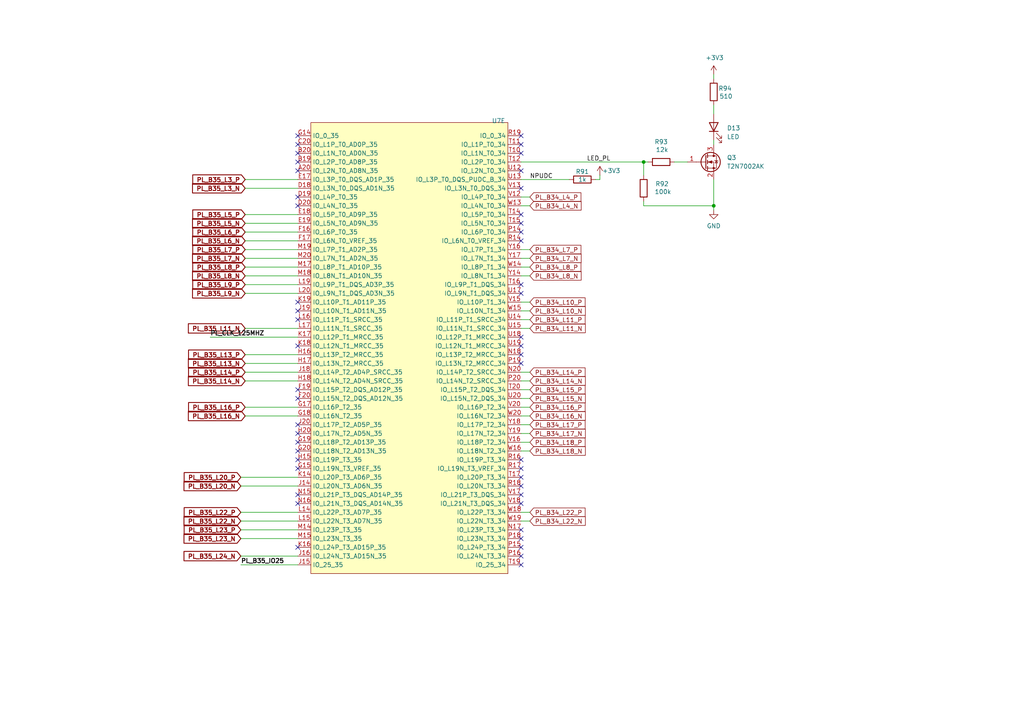
<source format=kicad_sch>
(kicad_sch (version 20250114) (generator "eeschema") (generator_version "9.0")
  (paper "A4")
  (title_block (title "ZYNQ PROGRAMMABLE LOGIC") (date "2025-10-06") (rev "A") (company "GHM"))
  (lib_symbols
    (symbol "Device:LED" (pin_numbers (hide yes)) (pin_names (offset 1.016) (hide yes))
      (property "Reference" "D" (at 0 2.54 0))
      (property "Value" "LED" (at 0 -2.54 0))
      (symbol "LED_1_1"
        (pin passive line (at -3.81 0 0) (length 2.54) (name "K") (number "1"))
        (pin passive line (at 3.81 0 180) (length 2.54) (name "A") (number "2"))
      )
    )
    (symbol "Device:R" (pin_numbers (hide yes)) (pin_names (offset 0))
      (property "Reference" "R" (at 2.032 0 90))
      (property "Value" "R" (at 0 0 90))
      (symbol "R_1_1"
        (pin passive line (at 0 3.81 270) (length 1.27) (name "~") (number "1"))
        (pin passive line (at 0 -3.81 90) (length 1.27) (name "~") (number "2"))
      )
    )
    (symbol "Transistor_FET:T2N7002AK" (pin_names (hide yes))
      (property "Reference" "Q" (at 5.08 1.905 0))
      (property "Value" "T2N7002AK" (at 5.08 0 0))
      (symbol "T2N7002AK_1_1"
        (pin input line (at -5.08 0 0) (length 2.54) (name "G") (number "1"))
        (pin passive line (at 2.54 5.08 270) (length 2.54) (name "D") (number "3"))
        (pin passive line (at 2.54 -5.08 90) (length 2.54) (name "S") (number "2"))
      )
    )
    (symbol "power:GND" (power) (pin_numbers (hide yes)) (pin_names (offset 0) (hide yes))
      (property "Value" "GND" (at 0 -3.81 0))
      (symbol "GND_1_1"
        (pin power_in line (at 0 0 270) (length 0) (name "~") (number "1"))
      )
    )
    (symbol "power:VCC" (power) (pin_numbers (hide yes)) (pin_names (offset 0) (hide yes))
      (property "Value" "VCC" (at 0 3.556 0))
      (symbol "VCC_1_1"
        (pin power_in line (at 0 0 90) (length 0) (name "~") (number "1"))
      )
    )
    (symbol "symbols:XC7Z010-2CLG400I"
      (property "Reference" "U7" (at 3.302 4.318 0))
      (property "Value" "~" (at 5.334 -53.34 0))
      (symbol "XC7Z010-2CLG400I_1_0"
        (pin unspecified line (at -3.81 -2.54 0) (length 3.81) (name "TDI_0") (number "G6"))
        (pin unspecified line (at -3.81 -5.08 0) (length 3.81) (name "TDO_0") (number "F6"))
        (pin unspecified line (at -3.81 -7.62 0) (length 3.81) (name "TCK_0") (number "F9"))
        (pin unspecified line (at -3.81 -10.16 0) (length 3.81) (name "TMS_0") (number "J6"))
        (pin unspecified line (at -3.81 -13.97 0) (length 3.81) (name "DONE_0") (number "R11"))
        (pin unspecified line (at -3.81 -16.51 0) (length 3.81) (name "INIT_B_0") (number "R10"))
        (pin unspecified line (at -3.81 -20.32 0) (length 3.81) (name "PROGRAM_B_0") (number "L6"))
        (pin unspecified line (at -3.81 -22.86 0) (length 3.81) (name "CFGBVS_0") (number "M6"))
        (pin unspecified line (at -3.81 -26.67 0) (length 3.81) (name "VP_0") (number "K9"))
        (pin unspecified line (at -3.81 -29.21 0) (length 3.81) (name "VN_0") (number "L10"))
        (pin unspecified line (at -3.81 -33.02 0) (length 3.81) (name "VREFP_0") (number "L9"))
        (pin unspecified line (at -3.81 -35.56 0) (length 3.81) (name "VREFN_0") (number "K10"))
        (pin unspecified line (at -3.81 -39.37 0) (length 3.81) (name "DXP_0") (number "M9"))
        (pin unspecified line (at -3.81 -41.91 0) (length 3.81) (name "DXN_0") (number "M10"))
      )
      (symbol "XC7Z010-2CLG400I_2_0"
        (pin unspecified line (at -3.81 -5.08 0) (length 3.81) (name "VCCINT") (number "H12"))
        (pin unspecified line (at -3.81 -7.62 0) (length 3.81) (name "VCCINT") (number "P12"))
        (pin unspecified line (at -3.81 -10.16 0) (length 3.81) (name "VCCINT") (number "L13"))
        (pin unspecified line (at -3.81 -12.7 0) (length 3.81) (name "VCCINT") (number "M12"))
        (pin unspecified line (at -3.81 -15.24 0) (length 3.81) (name "VCCINT") (number "K12"))
        (pin unspecified line (at -3.81 -17.78 0) (length 3.81) (name "VCCINT") (number "R13"))
        (pin unspecified line (at -3.81 -20.32 0) (length 3.81) (name "VCCINT") (number "J13"))
        (pin unspecified line (at -3.81 -22.86 0) (length 3.81) (name "VCCINT") (number "N13"))
        (pin unspecified line (at -3.81 -25.4 0) (length 3.81) (name "VCCINT") (number "G13"))
        (pin unspecified line (at -3.81 -33.02 0) (length 3.81) (name "VCCPINT") (number "J7"))
        (pin unspecified line (at -3.81 -35.56 0) (length 3.81) (name "VCCPINT") (number "G7"))
        (pin unspecified line (at -3.81 -38.1 0) (length 3.81) (name "VCCPINT") (number "N7"))
        (pin unspecified line (at -3.81 -40.64 0) (length 3.81) (name "VCCPINT") (number "P8"))
        (pin unspecified line (at -3.81 -43.18 0) (length 3.81) (name "VCCPINT") (number "R7"))
        (pin unspecified line (at -3.81 -45.72 0) (length 3.81) (name "VCCPINT") (number "L7"))
        (pin unspecified line (at -3.81 -52.07 0) (length 3.81) (name "VCCO_MIO0_500") (number "D7"))
        (pin unspecified line (at -3.81 -54.61 0) (length 3.81) (name "VCCO_MIO0_500") (number "B6"))
        (pin unspecified line (at -3.81 -60.96 0) (length 3.81) (name "VCCO_MIO1_501") (number "E15"))
        (pin unspecified line (at -3.81 -63.5 0) (length 3.81) (name "VCCO_MIO1_501") (number "D12"))
        (pin unspecified line (at -3.81 -66.04 0) (length 3.81) (name "VCCO_MIO1_501") (number "A13"))
        (pin unspecified line (at -3.81 -68.58 0) (length 3.81) (name "VCCO_MIO1_501") (number "B16"))
        (pin unspecified line (at -3.81 -102.87 0) (length 3.81) (name "RSVDVCC1") (number "T6"))
        (pin unspecified line (at -3.81 -105.41 0) (length 3.81) (name "RSVDVCC2") (number "R6"))
        (pin unspecified line (at -3.81 -107.95 0) (length 3.81) (name "RSVDVCC3") (number "N6"))
        (pin unspecified line (at -3.81 -110.49 0) (length 3.81) (name "RSVDGND") (number "F10"))
        (pin unspecified line (at -3.81 -120.65 0) (length 3.81) (name "VCCO_0") (number "K6"))
        (pin unspecified line (at -3.81 -129.54 0) (length 3.81) (name "VCCO_34") (number "Y20"))
        (pin unspecified line (at -3.81 -132.08 0) (length 3.81) (name "VCCO_34") (number "R15"))
        (pin unspecified line (at -3.81 -134.62 0) (length 3.81) (name "VCCO_34") (number "V14"))
        (pin unspecified line (at -3.81 -137.16 0) (length 3.81) (name "VCCO_34") (number "W17"))
        (pin unspecified line (at -3.81 -139.7 0) (length 3.81) (name "VCCO_34") (number "N19"))
        (pin unspecified line (at -3.81 -142.24 0) (length 3.81) (name "VCCO_34") (number "T18"))
        (pin unspecified line (at 43.18 -5.08 180) (length 3.81) (name "VCCPLL") (number "G8"))
        (pin unspecified line (at 43.18 -10.16 180) (length 3.81) (name "VCCBATT_0") (number "F11"))
        (pin unspecified line (at 43.18 -15.24 180) (length 3.81) (name "VCCADC_0") (number "J9"))
        (pin unspecified line (at 43.18 -25.4 180) (length 3.81) (name "VCCAUX") (number "J11"))
        (pin unspecified line (at 43.18 -27.94 180) (length 3.81) (name "VCCAUX") (number "N9"))
        (pin unspecified line (at 43.18 -30.48 180) (length 3.81) (name "VCCAUX") (number "L11"))
        (pin unspecified line (at 43.18 -33.02 180) (length 3.81) (name "VCCAUX") (number "N11"))
        (pin unspecified line (at 43.18 -35.56 180) (length 3.81) (name "VCCAUX") (number "R9"))
        (pin unspecified line (at 43.18 -38.1 180) (length 3.81) (name "VCCAUX") (number "P10"))
        (pin unspecified line (at 43.18 -45.72 180) (length 3.81) (name "VCCPAUX") (number "M8"))
        (pin unspecified line (at 43.18 -48.26 180) (length 3.81) (name "VCCPAUX") (number "G9"))
        (pin unspecified line (at 43.18 -50.8 180) (length 3.81) (name "VCCPAUX") (number "H8"))
        (pin unspecified line (at 43.18 -53.34 180) (length 3.81) (name "VCCPAUX") (number "K8"))
        (pin unspecified line (at 43.18 -55.88 180) (length 3.81) (name "VCCPAUX") (number "F8"))
        (pin unspecified line (at 43.18 -63.5 180) (length 3.81) (name "VCCO_DDR_502") (number "L3"))
        (pin unspecified line (at 43.18 -66.04 180) (length 3.81) (name "VCCO_DDR_502") (number "G1"))
        (pin unspecified line (at 43.18 -68.58 180) (length 3.81) (name "VCCO_DDR_502") (number "E5"))
        (pin unspecified line (at 43.18 -71.12 180) (length 3.81) (name "VCCO_DDR_502") (number "A3"))
        (pin unspecified line (at 43.18 -73.66 180) (length 3.81) (name "VCCO_DDR_502") (number "D2"))
        (pin unspecified line (at 43.18 -76.2 180) (length 3.81) (name "VCCO_DDR_502") (number "U1"))
        (pin unspecified line (at 43.18 -78.74 180) (length 3.81) (name "VCCO_DDR_502") (number "H4"))
        (pin unspecified line (at 43.18 -81.28 180) (length 3.81) (name "VCCO_DDR_502") (number "R5"))
        (pin unspecified line (at 43.18 -83.82 180) (length 3.81) (name "VCCO_DDR_502") (number "V4"))
        (pin unspecified line (at 43.18 -86.36 180) (length 3.81) (name "VCCO_DDR_502") (number "P2"))
        (pin unspecified line (at 43.18 -95.25 180) (length 3.81) (name "VCCBRAM") (number "G11"))
        (pin unspecified line (at 43.18 -97.79 180) (length 3.81) (name "VCCBRAM") (number "H10"))
        (pin unspecified line (at 44.45 -102.87 180) (length 3.81) (name "VCCO_13") (number "Y10"))
        (pin unspecified line (at 44.45 -105.41 180) (length 3.81) (name "VCCO_13") (number "U11"))
        (pin unspecified line (at 44.45 -107.95 180) (length 3.81) (name "VCCO_13") (number "W7"))
        (pin unspecified line (at 44.45 -110.49 180) (length 3.81) (name "VCCO_13") (number "T8"))
        (pin unspecified line (at 44.45 -129.54 180) (length 3.81) (name "VCCO_35") (number "J17"))
        (pin unspecified line (at 44.45 -132.08 180) (length 3.81) (name "VCCO_35") (number "C19"))
        (pin unspecified line (at 44.45 -134.62 180) (length 3.81) (name "VCCO_35") (number "F18"))
        (pin unspecified line (at 44.45 -137.16 180) (length 3.81) (name "VCCO_35") (number "M16"))
        (pin unspecified line (at 44.45 -139.7 180) (length 3.81) (name "VCCO_35") (number "H14"))
        (pin unspecified line (at 44.45 -142.24 180) (length 3.81) (name "VCCO_35") (number "K20"))
      )
      (symbol "XC7Z010-2CLG400I_3_0"
        (pin unspecified line (at -3.81 -2.54 0) (length 3.81) (name "GND") (number "Y15"))
        (pin unspecified line (at -3.81 -5.08 0) (length 3.81) (name "GND") (number "Y5"))
        (pin unspecified line (at -3.81 -7.62 0) (length 3.81) (name "GND") (number "W12"))
        (pin unspecified line (at -3.81 -10.16 0) (length 3.81) (name "GND") (number "W2"))
        (pin unspecified line (at -3.81 -12.7 0) (length 3.81) (name "GND") (number "V19"))
        (pin unspecified line (at -3.81 -15.24 0) (length 3.81) (name "GND") (number "V9"))
        (pin unspecified line (at -3.81 -17.78 0) (length 3.81) (name "GND") (number "U16"))
        (pin unspecified line (at -3.81 -20.32 0) (length 3.81) (name "GND") (number "U6"))
        (pin unspecified line (at -3.81 -22.86 0) (length 3.81) (name "GND") (number "T13"))
        (pin unspecified line (at -3.81 -25.4 0) (length 3.81) (name "GND") (number "T7"))
        (pin unspecified line (at -3.81 -27.94 0) (length 3.81) (name "GND") (number "T3"))
        (pin unspecified line (at -3.81 -30.48 0) (length 3.81) (name "GND") (number "R20"))
        (pin unspecified line (at -3.81 -33.02 0) (length 3.81) (name "GND") (number "R12"))
        (pin unspecified line (at -3.81 -35.56 0) (length 3.81) (name "GND") (number "R8"))
        (pin unspecified line (at -3.81 -38.1 0) (length 3.81) (name "GND") (number "P17"))
        (pin unspecified line (at -3.81 -40.64 0) (length 3.81) (name "GND") (number "P13"))
        (pin unspecified line (at -3.81 -43.18 0) (length 3.81) (name "GND") (number "P11"))
        (pin unspecified line (at -3.81 -45.72 0) (length 3.81) (name "GND") (number "P9"))
        (pin unspecified line (at -3.81 -48.26 0) (length 3.81) (name "GND") (number "P7"))
        (pin unspecified line (at -3.81 -50.8 0) (length 3.81) (name "GND") (number "N14"))
        (pin unspecified line (at -3.81 -53.34 0) (length 3.81) (name "GND") (number "N12"))
        (pin unspecified line (at -3.81 -55.88 0) (length 3.81) (name "GND") (number "N10"))
        (pin unspecified line (at -3.81 -58.42 0) (length 3.81) (name "GND") (number "N8"))
        (pin unspecified line (at -3.81 -60.96 0) (length 3.81) (name "GND") (number "N4"))
        (pin unspecified line (at -3.81 -63.5 0) (length 3.81) (name "GND") (number "M13"))
        (pin unspecified line (at -3.81 -66.04 0) (length 3.81) (name "GND") (number "M11"))
        (pin unspecified line (at -3.81 -68.58 0) (length 3.81) (name "GND") (number "M7"))
        (pin unspecified line (at -3.81 -71.12 0) (length 3.81) (name "GND") (number "M1"))
        (pin unspecified line (at -3.81 -73.66 0) (length 3.81) (name "GND") (number "L18"))
        (pin unspecified line (at -3.81 -76.2 0) (length 3.81) (name "GNDADC_0") (number "J10"))
        (pin unspecified line (at 20.32 -2.54 180) (length 3.81) (name "GND") (number "L12"))
        (pin unspecified line (at 20.32 -5.08 180) (length 3.81) (name "GND") (number "L8"))
        (pin unspecified line (at 20.32 -7.62 180) (length 3.81) (name "GND") (number "K15"))
        (pin unspecified line (at 20.32 -10.16 180) (length 3.81) (name "GND") (number "K13"))
        (pin unspecified line (at 20.32 -12.7 180) (length 3.81) (name "GND") (number "C9"))
        (pin unspecified line (at 20.32 -15.24 180) (length 3.81) (name "GND") (number "K7"))
        (pin unspecified line (at 20.32 -17.78 180) (length 3.81) (name "GND") (number "K5"))
        (pin unspecified line (at 20.32 -20.32 180) (length 3.81) (name "GND") (number "J12"))
        (pin unspecified line (at 20.32 -22.86 180) (length 3.81) (name "GND") (number "J8"))
        (pin unspecified line (at 20.32 -25.4 180) (length 3.81) (name "GND") (number "J2"))
        (pin unspecified line (at 20.32 -27.94 180) (length 3.81) (name "GND") (number "H19"))
        (pin unspecified line (at 20.32 -30.48 180) (length 3.81) (name "GND") (number "H13"))
        (pin unspecified line (at 20.32 -33.02 180) (length 3.81) (name "GND") (number "H11"))
        (pin unspecified line (at 20.32 -35.56 180) (length 3.81) (name "GND") (number "H9"))
        (pin unspecified line (at 20.32 -38.1 180) (length 3.81) (name "GND") (number "H7"))
        (pin unspecified line (at 20.32 -40.64 180) (length 3.81) (name "GND") (number "G16"))
        (pin unspecified line (at 20.32 -43.18 180) (length 3.81) (name "GND") (number "G12"))
        (pin unspecified line (at 20.32 -45.72 180) (length 3.81) (name "GND") (number "G10"))
        (pin unspecified line (at 20.32 -48.26 180) (length 3.81) (name "GND") (number "F7"))
        (pin unspecified line (at 20.32 -50.8 180) (length 3.81) (name "GND") (number "F3"))
        (pin unspecified line (at 20.32 -53.34 180) (length 3.81) (name "GND") (number "E20"))
        (pin unspecified line (at 20.32 -55.88 180) (length 3.81) (name "GND") (number "E10"))
        (pin unspecified line (at 20.32 -58.42 180) (length 3.81) (name "GND") (number "D17"))
        (pin unspecified line (at 20.32 -60.96 180) (length 3.81) (name "GND") (number "K11"))
        (pin unspecified line (at 20.32 -63.5 180) (length 3.81) (name "GND") (number "C14"))
        (pin unspecified line (at 20.32 -66.04 180) (length 3.81) (name "GND") (number "C4"))
        (pin unspecified line (at 20.32 -68.58 180) (length 3.81) (name "GND") (number "B11"))
        (pin unspecified line (at 20.32 -71.12 180) (length 3.81) (name "GND") (number "B1"))
        (pin unspecified line (at 20.32 -73.66 180) (length 3.81) (name "GND") (number "A18"))
        (pin unspecified line (at 20.32 -76.2 180) (length 3.81) (name "GND") (number "A8"))
      )
      (symbol "XC7Z010-2CLG400I_4_0"
        (pin unspecified line (at -3.81 -12.7 0) (length 3.81) (name "PS_DDR_DQ0_502") (number "C3"))
        (pin unspecified line (at -3.81 -15.24 0) (length 3.81) (name "PS_DDR_DQ1_502") (number "B3"))
        (pin unspecified line (at -3.81 -17.78 0) (length 3.81) (name "PS_DDR_DQ2_502") (number "A2"))
        (pin unspecified line (at -3.81 -20.32 0) (length 3.81) (name "PS_DDR_DQ3_502") (number "A4"))
        (pin unspecified line (at -3.81 -22.86 0) (length 3.81) (name "PS_DDR_DQ4_502") (number "D3"))
        (pin unspecified line (at -3.81 -25.4 0) (length 3.81) (name "PS_DDR_DQ5_502") (number "D1"))
        (pin unspecified line (at -3.81 -27.94 0) (length 3.81) (name "PS_DDR_DQ6_502") (number "C1"))
        (pin unspecified line (at -3.81 -30.48 0) (length 3.81) (name "PS_DDR_DQ7_502") (number "E1"))
        (pin unspecified line (at -3.81 -33.02 0) (length 3.81) (name "PS_DDR_DQ8_502") (number "E2"))
        (pin unspecified line (at -3.81 -35.56 0) (length 3.81) (name "PS_DDR_DQ9_502") (number "E3"))
        (pin unspecified line (at -3.81 -38.1 0) (length 3.81) (name "PS_DDR_DQ10_502") (number "G3"))
        (pin unspecified line (at -3.81 -40.64 0) (length 3.81) (name "PS_DDR_DQ11_502") (number "H3"))
        (pin unspecified line (at -3.81 -43.18 0) (length 3.81) (name "PS_DDR_DQ12_502") (number "J3"))
        (pin unspecified line (at -3.81 -45.72 0) (length 3.81) (name "PS_DDR_DQ13_502") (number "H2"))
        (pin unspecified line (at -3.81 -48.26 0) (length 3.81) (name "PS_DDR_DQ14_502") (number "H1"))
        (pin unspecified line (at -3.81 -50.8 0) (length 3.81) (name "PS_DDR_DQ15_502") (number "J1"))
        (pin unspecified line (at -3.81 -53.34 0) (length 3.81) (name "PS_DDR_DQ16_502") (number "P1"))
        (pin unspecified line (at -3.81 -55.88 0) (length 3.81) (name "PS_DDR_DQ17_502") (number "P3"))
        (pin unspecified line (at -3.81 -58.42 0) (length 3.81) (name "PS_DDR_DQ18_502") (number "R3"))
        (pin unspecified line (at -3.81 -60.96 0) (length 3.81) (name "PS_DDR_DQ19_502") (number "R1"))
        (pin unspecified line (at -3.81 -63.5 0) (length 3.81) (name "PS_DDR_DQ20_502") (number "T4"))
        (pin unspecified line (at -3.81 -66.04 0) (length 3.81) (name "PS_DDR_DQ21_502") (number "U4"))
        (pin unspecified line (at -3.81 -68.58 0) (length 3.81) (name "PS_DDR_DQ22_502") (number "U2"))
        (pin unspecified line (at -3.81 -71.12 0) (length 3.81) (name "PS_DDR_DQ23_502") (number "U3"))
        (pin unspecified line (at -3.81 -73.66 0) (length 3.81) (name "PS_DDR_DQ24_502") (number "V1"))
        (pin unspecified line (at -3.81 -76.2 0) (length 3.81) (name "PS_DDR_DQ25_502") (number "Y3"))
        (pin unspecified line (at -3.81 -78.74 0) (length 3.81) (name "PS_DDR_DQ26_502") (number "W1"))
        (pin unspecified line (at -3.81 -81.28 0) (length 3.81) (name "PS_DDR_DQ27_502") (number "Y4"))
        (pin unspecified line (at -3.81 -83.82 0) (length 3.81) (name "PS_DDR_DQ28_502") (number "Y2"))
        (pin unspecified line (at -3.81 -86.36 0) (length 3.81) (name "PS_DDR_DQ29_502") (number "W3"))
        (pin unspecified line (at -3.81 -88.9 0) (length 3.81) (name "PS_DDR_DQ30_502") (number "V2"))
        (pin unspecified line (at -3.81 -91.44 0) (length 3.81) (name "PS_DDR_DQ31_502") (number "V3"))
        (pin unspecified line (at -3.81 -100.33 0) (length 3.81) (name "PS_DDR_DM0_502") (number "A1"))
        (pin unspecified line (at -3.81 -102.87 0) (length 3.81) (name "PS_DDR_DM1_502") (number "F1"))
        (pin unspecified line (at -3.81 -105.41 0) (length 3.81) (name "PS_DDR_DM2_502") (number "T1"))
        (pin unspecified line (at -3.81 -107.95 0) (length 3.81) (name "PS_DDR_DM3_502") (number "Y1"))
        (pin unspecified line (at -3.81 -114.3 0) (length 3.81) (name "PS_DDR_DQS_P0_502") (number "C2"))
        (pin unspecified line (at -3.81 -116.84 0) (length 3.81) (name "PS_DDR_DQS_N0_502") (number "B2"))
        (pin unspecified line (at -3.81 -121.92 0) (length 3.81) (name "PS_DDR_DQS_P1_502") (number "G2"))
        (pin unspecified line (at -3.81 -124.46 0) (length 3.81) (name "PS_DDR_DQS_N1_502") (number "F2"))
        (pin unspecified line (at -3.81 -129.54 0) (length 3.81) (name "PS_DDR_DQS_P2_502") (number "R2"))
        (pin unspecified line (at -3.81 -132.08 0) (length 3.81) (name "PS_DDR_DQS_N2_502") (number "T2"))
        (pin unspecified line (at -3.81 -137.16 0) (length 3.81) (name "PS_DDR_DQS_N3_502") (number "W4"))
        (pin unspecified line (at -3.81 -139.7 0) (length 3.81) (name "PS_DDR_DQS_P3_502") (number "W5"))
        (pin unspecified line (at 59.69 -13.97 180) (length 3.81) (name "PS_DDR_CKP_502") (number "L2"))
        (pin unspecified line (at 59.69 -16.51 180) (length 3.81) (name "PS_DDR_CKN_502") (number "M2"))
        (pin unspecified line (at 59.69 -19.05 180) (length 3.81) (name "PS_DDR_CKE_502") (number "N3"))
        (pin unspecified line (at 59.69 -25.4 180) (length 3.81) (name "PS_DDR_CS_B_502") (number "N1"))
        (pin unspecified line (at 59.69 -27.94 180) (length 3.81) (name "PS_DDR_RAS_B_502") (number "P4"))
        (pin unspecified line (at 59.69 -30.48 180) (length 3.81) (name "PS_DDR_CAS_B_502") (number "P5"))
        (pin unspecified line (at 59.69 -33.02 180) (length 3.81) (name "PS_DDR_WE_B_502") (number "M5"))
        (pin unspecified line (at 59.69 -39.37 180) (length 3.81) (name "PS_DDR_BA0_502") (number "L5"))
        (pin unspecified line (at 59.69 -41.91 180) (length 3.81) (name "PS_DDR_BA1_502") (number "R4"))
        (pin unspecified line (at 59.69 -44.45 180) (length 3.81) (name "PS_DDR_BA2_502") (number "J5"))
        (pin unspecified line (at 59.69 -52.07 180) (length 3.81) (name "PS_DDR_A0_502") (number "N2"))
        (pin unspecified line (at 59.69 -54.61 180) (length 3.81) (name "PS_DDR_A1_502") (number "K2"))
        (pin unspecified line (at 59.69 -57.15 180) (length 3.81) (name "PS_DDR_A2_502") (number "M3"))
        (pin unspecified line (at 59.69 -59.69 180) (length 3.81) (name "PS_DDR_A3_502") (number "K3"))
        (pin unspecified line (at 59.69 -62.23 180) (length 3.81) (name "PS_DDR_A4_502") (number "M4"))
        (pin unspecified line (at 59.69 -64.77 180) (length 3.81) (name "PS_DDR_A5_502") (number "L1"))
        (pin unspecified line (at 59.69 -67.31 180) (length 3.81) (name "PS_DDR_A6_502") (number "L4"))
        (pin unspecified line (at 59.69 -69.85 180) (length 3.81) (name "PS_DDR_A7_502") (number "K4"))
        (pin unspecified line (at 59.69 -72.39 180) (length 3.81) (name "PS_DDR_A8_502") (number "K1"))
        (pin unspecified line (at 59.69 -74.93 180) (length 3.81) (name "PS_DDR_A9_502") (number "J4"))
        (pin unspecified line (at 59.69 -77.47 180) (length 3.81) (name "PS_DDR_A10_502") (number "F5"))
        (pin unspecified line (at 59.69 -80.01 180) (length 3.81) (name "PS_DDR_A11_502") (number "G4"))
        (pin unspecified line (at 59.69 -82.55 180) (length 3.81) (name "PS_DDR_A12_502") (number "E4"))
        (pin unspecified line (at 59.69 -85.09 180) (length 3.81) (name "PS_DDR_A13_502") (number "D4"))
        (pin unspecified line (at 59.69 -87.63 180) (length 3.81) (name "PS_DDR_A14_502") (number "F4"))
        (pin unspecified line (at 59.69 -95.25 180) (length 3.81) (name "PS_DDR_ODT_502") (number "N5"))
        (pin unspecified line (at 59.69 -97.79 180) (length 3.81) (name "PS_DDR_DRST_B_502") (number "B4"))
        (pin unspecified line (at 60.96 -111.76 180) (length 3.81) (name "PS_DDR_VRN_502") (number "G5"))
        (pin unspecified line (at 60.96 -114.3 180) (length 3.81) (name "PS_DDR_VRP_502") (number "H5"))
        (pin unspecified line (at 60.96 -121.92 180) (length 3.81) (name "PS_DDR_VREF0_502") (number "H6"))
        (pin unspecified line (at 60.96 -124.46 180) (length 3.81) (name "PS_DDR_VREF1_502") (number "P6"))
      )
      (symbol "XC7Z010-2CLG400I_5_0"
        (pin unspecified line (at -1.27 0 0) (length 3.81) (name "IO_0_34") (number "R19"))
        (pin unspecified line (at -1.27 -2.54 0) (length 3.81) (name "IO_L1P_T0_34") (number "T11"))
        (pin unspecified line (at -1.27 -5.08 0) (length 3.81) (name "IO_L1N_T0_34") (number "T10"))
        (pin unspecified line (at -1.27 -7.62 0) (length 3.81) (name "IO_L2P_T0_34") (number "T12"))
        (pin unspecified line (at -1.27 -10.16 0) (length 3.81) (name "IO_L2N_T0_34") (number "U12"))
        (pin unspecified line (at -1.27 -12.7 0) (length 3.81) (name "IO_L3P_T0_DQS_PUDC_B_34") (number "U13"))
        (pin unspecified line (at -1.27 -15.24 0) (length 3.81) (name "IO_L3N_T0_DQS_34") (number "V13"))
        (pin unspecified line (at -1.27 -17.78 0) (length 3.81) (name "IO_L4P_T0_34") (number "V12"))
        (pin unspecified line (at -1.27 -20.32 0) (length 3.81) (name "IO_L4N_T0_34") (number "W13"))
        (pin unspecified line (at -1.27 -22.86 0) (length 3.81) (name "IO_L5P_T0_34") (number "T14"))
        (pin unspecified line (at -1.27 -25.4 0) (length 3.81) (name "IO_L5N_T0_34") (number "T15"))
        (pin unspecified line (at -1.27 -27.94 0) (length 3.81) (name "IO_L6P_T0_34") (number "P14"))
        (pin unspecified line (at -1.27 -30.48 0) (length 3.81) (name "IO_L6N_T0_VREF_34") (number "R14"))
        (pin unspecified line (at -1.27 -33.02 0) (length 3.81) (name "IO_L7P_T1_34") (number "Y16"))
        (pin unspecified line (at -1.27 -35.56 0) (length 3.81) (name "IO_L7N_T1_34") (number "Y17"))
        (pin unspecified line (at -1.27 -38.1 0) (length 3.81) (name "IO_L8P_T1_34") (number "W14"))
        (pin unspecified line (at -1.27 -40.64 0) (length 3.81) (name "IO_L8N_T1_34") (number "Y14"))
        (pin unspecified line (at -1.27 -43.18 0) (length 3.81) (name "IO_L9P_T1_DQS_34") (number "T16"))
        (pin unspecified line (at -1.27 -45.72 0) (length 3.81) (name "IO_L9N_T1_DQS_34") (number "U17"))
        (pin unspecified line (at -1.27 -48.26 0) (length 3.81) (name "IO_L10P_T1_34") (number "V15"))
        (pin unspecified line (at -1.27 -50.8 0) (length 3.81) (name "IO_L10N_T1_34") (number "W15"))
        (pin unspecified line (at -1.27 -53.34 0) (length 3.81) (name "IO_L11P_T1_SRCC_34") (number "U14"))
        (pin unspecified line (at -1.27 -55.88 0) (length 3.81) (name "IO_L11N_T1_SRCC_34") (number "U15"))
        (pin unspecified line (at -1.27 -58.42 0) (length 3.81) (name "IO_L12P_T1_MRCC_34") (number "U18"))
        (pin unspecified line (at -1.27 -60.96 0) (length 3.81) (name "IO_L12N_T1_MRCC_34") (number "U19"))
        (pin unspecified line (at -1.27 -63.5 0) (length 3.81) (name "IO_L13P_T2_MRCC_34") (number "N18"))
        (pin unspecified line (at -1.27 -66.04 0) (length 3.81) (name "IO_L13N_T2_MRCC_34") (number "P19"))
        (pin unspecified line (at -1.27 -68.58 0) (length 3.81) (name "IO_L14P_T2_SRCC_34") (number "N20"))
        (pin unspecified line (at -1.27 -71.12 0) (length 3.81) (name "IO_L14N_T2_SRCC_34") (number "P20"))
        (pin unspecified line (at -1.27 -73.66 0) (length 3.81) (name "IO_L15P_T2_DQS_34") (number "T20"))
        (pin unspecified line (at -1.27 -76.2 0) (length 3.81) (name "IO_L15N_T2_DQS_34") (number "U20"))
        (pin unspecified line (at -1.27 -78.74 0) (length 3.81) (name "IO_L16P_T2_34") (number "V20"))
        (pin unspecified line (at -1.27 -81.28 0) (length 3.81) (name "IO_L16N_T2_34") (number "W20"))
        (pin unspecified line (at -1.27 -83.82 0) (length 3.81) (name "IO_L17P_T2_34") (number "Y18"))
        (pin unspecified line (at -1.27 -86.36 0) (length 3.81) (name "IO_L17N_T2_34") (number "Y19"))
        (pin unspecified line (at -1.27 -88.9 0) (length 3.81) (name "IO_L18P_T2_34") (number "V16"))
        (pin unspecified line (at -1.27 -91.44 0) (length 3.81) (name "IO_L18N_T2_34") (number "W16"))
        (pin unspecified line (at -1.27 -93.98 0) (length 3.81) (name "IO_L19P_T3_34") (number "R16"))
        (pin unspecified line (at -1.27 -96.52 0) (length 3.81) (name "IO_L19N_T3_VREF_34") (number "R17"))
        (pin unspecified line (at -1.27 -99.06 0) (length 3.81) (name "IO_L20P_T3_34") (number "T17"))
        (pin unspecified line (at -1.27 -101.6 0) (length 3.81) (name "IO_L20N_T3_34") (number "R18"))
        (pin unspecified line (at -1.27 -104.14 0) (length 3.81) (name "IO_L21P_T3_DQS_34") (number "V17"))
        (pin unspecified line (at -1.27 -106.68 0) (length 3.81) (name "IO_L21N_T3_DQS_34") (number "V18"))
        (pin unspecified line (at -1.27 -109.22 0) (length 3.81) (name "IO_L22P_T3_34") (number "W18"))
        (pin unspecified line (at -1.27 -111.76 0) (length 3.81) (name "IO_L22N_T3_34") (number "W19"))
        (pin unspecified line (at -1.27 -114.3 0) (length 3.81) (name "IO_L23P_T3_34") (number "N17"))
        (pin unspecified line (at -1.27 -116.84 0) (length 3.81) (name "IO_L23N_T3_34") (number "P18"))
        (pin unspecified line (at -1.27 -119.38 0) (length 3.81) (name "IO_L24P_T3_34") (number "P15"))
        (pin unspecified line (at -1.27 -121.92 0) (length 3.81) (name "IO_L24N_T3_34") (number "P16"))
        (pin unspecified line (at -1.27 -124.46 0) (length 3.81) (name "IO_25_34") (number "T19"))
        (pin unspecified line (at 63.5 0 180) (length 3.81) (name "IO_0_35") (number "G14"))
        (pin unspecified line (at 63.5 -2.54 180) (length 3.81) (name "IO_L1P_T0_AD0P_35") (number "C20"))
        (pin unspecified line (at 63.5 -5.08 180) (length 3.81) (name "IO_L1N_T0_AD0N_35") (number "B20"))
        (pin unspecified line (at 63.5 -7.62 180) (length 3.81) (name "IO_L2P_T0_AD8P_35") (number "B19"))
        (pin unspecified line (at 63.5 -10.16 180) (length 3.81) (name "IO_L2N_T0_AD8N_35") (number "A20"))
        (pin unspecified line (at 63.5 -12.7 180) (length 3.81) (name "IO_L3P_T0_DQS_AD1P_35") (number "E17"))
        (pin unspecified line (at 63.5 -15.24 180) (length 3.81) (name "IO_L3N_T0_DQS_AD1N_35") (number "D18"))
        (pin unspecified line (at 63.5 -17.78 180) (length 3.81) (name "IO_L4P_T0_35") (number "D19"))
        (pin unspecified line (at 63.5 -20.32 180) (length 3.81) (name "IO_L4N_T0_35") (number "D20"))
        (pin unspecified line (at 63.5 -22.86 180) (length 3.81) (name "IO_L5P_T0_AD9P_35") (number "E18"))
        (pin unspecified line (at 63.5 -25.4 180) (length 3.81) (name "IO_L5N_T0_AD9N_35") (number "E19"))
        (pin unspecified line (at 63.5 -27.94 180) (length 3.81) (name "IO_L6P_T0_35") (number "F16"))
        (pin unspecified line (at 63.5 -30.48 180) (length 3.81) (name "IO_L6N_T0_VREF_35") (number "F17"))
        (pin unspecified line (at 63.5 -33.02 180) (length 3.81) (name "IO_L7P_T1_AD2P_35") (number "M19"))
        (pin unspecified line (at 63.5 -35.56 180) (length 3.81) (name "IO_L7N_T1_AD2N_35") (number "M20"))
        (pin unspecified line (at 63.5 -38.1 180) (length 3.81) (name "IO_L8P_T1_AD10P_35") (number "M17"))
        (pin unspecified line (at 63.5 -40.64 180) (length 3.81) (name "IO_L8N_T1_AD10N_35") (number "M18"))
        (pin unspecified line (at 63.5 -43.18 180) (length 3.81) (name "IO_L9P_T1_DQS_AD3P_35") (number "L19"))
        (pin unspecified line (at 63.5 -45.72 180) (length 3.81) (name "IO_L9N_T1_DQS_AD3N_35") (number "L20"))
        (pin unspecified line (at 63.5 -48.26 180) (length 3.81) (name "IO_L10P_T1_AD11P_35") (number "K19"))
        (pin unspecified line (at 63.5 -50.8 180) (length 3.81) (name "IO_L10N_T1_AD11N_35") (number "J19"))
        (pin unspecified line (at 63.5 -53.34 180) (length 3.81) (name "IO_L11P_T1_SRCC_35") (number "L16"))
        (pin unspecified line (at 63.5 -55.88 180) (length 3.81) (name "IO_L11N_T1_SRCC_35") (number "L17"))
        (pin unspecified line (at 63.5 -58.42 180) (length 3.81) (name "IO_L12P_T1_MRCC_35") (number "K17"))
        (pin unspecified line (at 63.5 -60.96 180) (length 3.81) (name "IO_L12N_T1_MRCC_35") (number "K18"))
        (pin unspecified line (at 63.5 -63.5 180) (length 3.81) (name "IO_L13P_T2_MRCC_35") (number "H16"))
        (pin unspecified line (at 63.5 -66.04 180) (length 3.81) (name "IO_L13N_T2_MRCC_35") (number "H17"))
        (pin unspecified line (at 63.5 -68.58 180) (length 3.81) (name "IO_L14P_T2_AD4P_SRCC_35") (number "J18"))
        (pin unspecified line (at 63.5 -71.12 180) (length 3.81) (name "IO_L14N_T2_AD4N_SRCC_35") (number "H18"))
        (pin unspecified line (at 63.5 -73.66 180) (length 3.81) (name "IO_L15P_T2_DQS_AD12P_35") (number "F19"))
        (pin unspecified line (at 63.5 -76.2 180) (length 3.81) (name "IO_L15N_T2_DQS_AD12N_35") (number "F20"))
        (pin unspecified line (at 63.5 -78.74 180) (length 3.81) (name "IO_L16P_T2_35") (number "G17"))
        (pin unspecified line (at 63.5 -81.28 180) (length 3.81) (name "IO_L16N_T2_35") (number "G18"))
        (pin unspecified line (at 63.5 -83.82 180) (length 3.81) (name "IO_L17P_T2_AD5P_35") (number "J20"))
        (pin unspecified line (at 63.5 -86.36 180) (length 3.81) (name "IO_L17N_T2_AD5N_35") (number "H20"))
        (pin unspecified line (at 63.5 -88.9 180) (length 3.81) (name "IO_L18P_T2_AD13P_35") (number "G19"))
        (pin unspecified line (at 63.5 -91.44 180) (length 3.81) (name "IO_L18N_T2_AD13N_35") (number "G20"))
        (pin unspecified line (at 63.5 -93.98 180) (length 3.81) (name "IO_L19P_T3_35") (number "H15"))
        (pin unspecified line (at 63.5 -96.52 180) (length 3.81) (name "IO_L19N_T3_VREF_35") (number "G15"))
        (pin unspecified line (at 63.5 -99.06 180) (length 3.81) (name "IO_L20P_T3_AD6P_35") (number "K14"))
        (pin unspecified line (at 63.5 -101.6 180) (length 3.81) (name "IO_L20N_T3_AD6N_35") (number "J14"))
        (pin unspecified line (at 63.5 -104.14 180) (length 3.81) (name "IO_L21P_T3_DQS_AD14P_35") (number "N15"))
        (pin unspecified line (at 63.5 -106.68 180) (length 3.81) (name "IO_L21N_T3_DQS_AD14N_35") (number "N16"))
        (pin unspecified line (at 63.5 -109.22 180) (length 3.81) (name "IO_L22P_T3_AD7P_35") (number "L14"))
        (pin unspecified line (at 63.5 -111.76 180) (length 3.81) (name "IO_L22N_T3_AD7N_35") (number "L15"))
        (pin unspecified line (at 63.5 -114.3 180) (length 3.81) (name "IO_L23P_T3_35") (number "M14"))
        (pin unspecified line (at 63.5 -116.84 180) (length 3.81) (name "IO_L23N_T3_35") (number "M15"))
        (pin unspecified line (at 63.5 -119.38 180) (length 3.81) (name "IO_L24P_T3_AD15P_35") (number "K16"))
        (pin unspecified line (at 63.5 -121.92 180) (length 3.81) (name "IO_L24N_T3_AD15N_35") (number "J16"))
        (pin unspecified line (at 63.5 -124.46 180) (length 3.81) (name "IO_25_35") (number "J15"))
      )
      (symbol "XC7Z010-2CLG400I_6_0"
        (pin unspecified line (at 24.13 -3.81 180) (length 3.81) (name "PS_CLK_500") (number "E7"))
        (pin unspecified line (at 24.13 -8.89 180) (length 3.81) (name "PS_POR_B_500") (number "C7"))
        (pin unspecified line (at 24.13 -11.43 180) (length 3.81) (name "PS_SRST_B_501") (number "B10"))
        (pin unspecified line (at 24.13 -16.51 180) (length 3.81) (name "PS_MIO_VREF_501") (number "E11"))
        (pin unspecified line (at 24.13 -21.59 180) (length 3.81) (name "PS_MIO0_500") (number "E6"))
        (pin unspecified line (at 24.13 -24.13 180) (length 3.81) (name "PS_MIO1_500") (number "A7"))
        (pin unspecified line (at 24.13 -26.67 180) (length 3.81) (name "PS_MIO2_500") (number "B8"))
        (pin unspecified line (at 24.13 -29.21 180) (length 3.81) (name "PS_MIO3_500") (number "D6"))
        (pin unspecified line (at 24.13 -31.75 180) (length 3.81) (name "PS_MIO4_500") (number "B7"))
        (pin unspecified line (at 24.13 -34.29 180) (length 3.81) (name "PS_MIO5_500") (number "A6"))
        (pin unspecified line (at 24.13 -36.83 180) (length 3.81) (name "PS_MIO6_500") (number "A5"))
        (pin unspecified line (at 24.13 -39.37 180) (length 3.81) (name "PS_MIO7_500") (number "D8"))
        (pin unspecified line (at 24.13 -41.91 180) (length 3.81) (name "PS_MIO8_500") (number "D5"))
        (pin unspecified line (at 24.13 -44.45 180) (length 3.81) (name "PS_MIO9_500") (number "B5"))
        (pin unspecified line (at 24.13 -46.99 180) (length 3.81) (name "PS_MIO10_500") (number "E9"))
        (pin unspecified line (at 24.13 -49.53 180) (length 3.81) (name "PS_MIO11_500") (number "C6"))
        (pin unspecified line (at 24.13 -52.07 180) (length 3.81) (name "PS_MIO12_500") (number "D9"))
        (pin unspecified line (at 24.13 -54.61 180) (length 3.81) (name "PS_MIO13_500") (number "E8"))
        (pin unspecified line (at 24.13 -57.15 180) (length 3.81) (name "PS_MIO14_500") (number "C5"))
        (pin unspecified line (at 24.13 -59.69 180) (length 3.81) (name "PS_MIO15_500") (number "C8"))
        (pin unspecified line (at 24.13 -62.23 180) (length 3.81) (name "PS_MIO16_501") (number "A19"))
        (pin unspecified line (at 24.13 -64.77 180) (length 3.81) (name "PS_MIO17_501") (number "E14"))
        (pin unspecified line (at 24.13 -67.31 180) (length 3.81) (name "PS_MIO18_501") (number "B18"))
        (pin unspecified line (at 24.13 -69.85 180) (length 3.81) (name "PS_MIO19_501") (number "D10"))
        (pin unspecified line (at 24.13 -72.39 180) (length 3.81) (name "PS_MIO20_501") (number "A17"))
        (pin unspecified line (at 24.13 -74.93 180) (length 3.81) (name "PS_MIO21_501") (number "F14"))
        (pin unspecified line (at 24.13 -77.47 180) (length 3.81) (name "PS_MIO22_501") (number "B17"))
        (pin unspecified line (at 24.13 -80.01 180) (length 3.81) (name "PS_MIO23_501") (number "D11"))
        (pin unspecified line (at 24.13 -82.55 180) (length 3.81) (name "PS_MIO24_501") (number "A16"))
        (pin unspecified line (at 24.13 -85.09 180) (length 3.81) (name "PS_MIO25_501") (number "F15"))
        (pin unspecified line (at 24.13 -87.63 180) (length 3.81) (name "PS_MIO26_501") (number "A15"))
        (pin unspecified line (at 24.13 -90.17 180) (length 3.81) (name "PS_MIO27_501") (number "D13"))
        (pin unspecified line (at 24.13 -92.71 180) (length 3.81) (name "PS_MIO28_501") (number "C16"))
        (pin unspecified line (at 24.13 -95.25 180) (length 3.81) (name "PS_MIO29_501") (number "C13"))
        (pin unspecified line (at 24.13 -97.79 180) (length 3.81) (name "PS_MIO30_501") (number "C15"))
        (pin unspecified line (at 24.13 -100.33 180) (length 3.81) (name "PS_MIO31_501") (number "E16"))
        (pin unspecified line (at 24.13 -102.87 180) (length 3.81) (name "PS_MIO32_501") (number "A14"))
        (pin unspecified line (at 24.13 -105.41 180) (length 3.81) (name "PS_MIO33_501") (number "D15"))
        (pin unspecified line (at 24.13 -107.95 180) (length 3.81) (name "PS_MIO34_501") (number "A12"))
        (pin unspecified line (at 24.13 -110.49 180) (length 3.81) (name "PS_MIO35_501") (number "F12"))
        (pin unspecified line (at 24.13 -113.03 180) (length 3.81) (name "PS_MIO36_501") (number "A11"))
        (pin unspecified line (at 24.13 -115.57 180) (length 3.81) (name "PS_MIO37_501") (number "A10"))
        (pin unspecified line (at 24.13 -118.11 180) (length 3.81) (name "PS_MIO38_501") (number "E13"))
        (pin unspecified line (at 24.13 -120.65 180) (length 3.81) (name "PS_MIO39_501") (number "C18"))
        (pin unspecified line (at 24.13 -123.19 180) (length 3.81) (name "PS_MIO40_501") (number "D14"))
        (pin unspecified line (at 24.13 -125.73 180) (length 3.81) (name "PS_MIO41_501") (number "C17"))
        (pin unspecified line (at 24.13 -128.27 180) (length 3.81) (name "PS_MIO42_501") (number "E12"))
        (pin unspecified line (at 24.13 -130.81 180) (length 3.81) (name "PS_MIO43_501") (number "A9"))
        (pin unspecified line (at 24.13 -133.35 180) (length 3.81) (name "PS_MIO44_501") (number "F13"))
        (pin unspecified line (at 24.13 -135.89 180) (length 3.81) (name "PS_MIO45_501") (number "B15"))
        (pin unspecified line (at 24.13 -138.43 180) (length 3.81) (name "PS_MIO46_501") (number "D16"))
        (pin unspecified line (at 24.13 -140.97 180) (length 3.81) (name "PS_MIO47_501") (number "B14"))
        (pin unspecified line (at 24.13 -143.51 180) (length 3.81) (name "PS_MIO48_501") (number "B12"))
        (pin unspecified line (at 24.13 -146.05 180) (length 3.81) (name "PS_MIO49_501") (number "C12"))
        (pin unspecified line (at 24.13 -148.59 180) (length 3.81) (name "PS_MIO50_501") (number "B13"))
        (pin unspecified line (at 24.13 -151.13 180) (length 3.81) (name "PS_MIO51_501") (number "B9"))
        (pin unspecified line (at 24.13 -153.67 180) (length 3.81) (name "PS_MIO52_501") (number "C10"))
        (pin unspecified line (at 24.13 -156.21 180) (length 3.81) (name "PS_MIO53_501") (number "C11"))
      )
      (symbol "XC7Z010-2CLG400I_7_0"
        (pin unspecified line (at -3.81 -2.54 0) (length 3.81) (name "NC") (number "W6"))
        (pin unspecified line (at -3.81 -5.08 0) (length 3.81) (name "NC") (number "V6"))
        (pin unspecified line (at -3.81 -7.62 0) (length 3.81) (name "NC") (number "V10"))
        (pin unspecified line (at -3.81 -10.16 0) (length 3.81) (name "NC") (number "V11"))
        (pin unspecified line (at -3.81 -12.7 0) (length 3.81) (name "NC") (number "Y13"))
        (pin unspecified line (at -3.81 -15.24 0) (length 3.81) (name "NC") (number "Y12"))
        (pin unspecified line (at -3.81 -17.78 0) (length 3.81) (name "NC") (number "U5"))
        (pin unspecified line (at -3.81 -20.32 0) (length 3.81) (name "NC") (number "T5"))
        (pin unspecified line (at -3.81 -22.86 0) (length 3.81) (name "NC") (number "Y11"))
        (pin unspecified line (at -3.81 -25.4 0) (length 3.81) (name "NC") (number "W11"))
        (pin unspecified line (at -3.81 -27.94 0) (length 3.81) (name "NC") (number "U8"))
        (pin unspecified line (at -3.81 -30.48 0) (length 3.81) (name "NC") (number "U9"))
        (pin unspecified line (at 16.51 -2.54 180) (length 3.81) (name "NC") (number "V5"))
        (pin unspecified line (at 16.51 -5.08 180) (length 3.81) (name "NC") (number "U7"))
        (pin unspecified line (at 16.51 -7.62 180) (length 3.81) (name "NC") (number "V7"))
        (pin unspecified line (at 16.51 -10.16 180) (length 3.81) (name "NC") (number "T9"))
        (pin unspecified line (at 16.51 -12.7 180) (length 3.81) (name "NC") (number "U10"))
        (pin unspecified line (at 16.51 -15.24 180) (length 3.81) (name "NC") (number "Y7"))
        (pin unspecified line (at 16.51 -17.78 180) (length 3.81) (name "NC") (number "Y6"))
        (pin unspecified line (at 16.51 -20.32 180) (length 3.81) (name "NC") (number "Y9"))
        (pin unspecified line (at 16.51 -22.86 180) (length 3.81) (name "NC") (number "Y8"))
        (pin unspecified line (at 16.51 -25.4 180) (length 3.81) (name "NC") (number "V8"))
        (pin unspecified line (at 16.51 -27.94 180) (length 3.81) (name "NC") (number "W8"))
        (pin unspecified line (at 16.51 -30.48 180) (length 3.81) (name "NC") (number "W10"))
        (pin unspecified line (at 16.51 -33.02 180) (length 3.81) (name "NC") (number "W9"))
      )
    )
  )
  (junction (at 186.69 46.99))
  (junction (at 207.01 59.69))
  (no_connect (at 86.36 146.05))
  (no_connect (at 86.36 128.27))
  (no_connect (at 151.13 67.31))
  (no_connect (at 151.13 161.29))
  (no_connect (at 151.13 153.67))
  (no_connect (at 86.36 49.53))
  (no_connect (at 86.36 46.99))
  (no_connect (at 86.36 143.51))
  (no_connect (at 86.36 39.37))
  (no_connect (at 151.13 100.33))
  (no_connect (at 86.36 115.57))
  (no_connect (at 151.13 143.51))
  (no_connect (at 86.36 130.81))
  (no_connect (at 86.36 90.17))
  (no_connect (at 151.13 102.87))
  (no_connect (at 151.13 82.55))
  (no_connect (at 86.36 44.45))
  (no_connect (at 151.13 146.05))
  (no_connect (at 86.36 125.73))
  (no_connect (at 86.36 57.15))
  (no_connect (at 86.36 100.33))
  (no_connect (at 151.13 158.75))
  (no_connect (at 151.13 49.53))
  (no_connect (at 151.13 62.23))
  (no_connect (at 151.13 69.85))
  (no_connect (at 151.13 97.79))
  (no_connect (at 151.13 140.97))
  (no_connect (at 151.13 105.41))
  (no_connect (at 86.36 135.89))
  (no_connect (at 86.36 158.75))
  (no_connect (at 151.13 64.77))
  (no_connect (at 151.13 85.09))
  (no_connect (at 86.36 41.91))
  (no_connect (at 86.36 59.69))
  (no_connect (at 151.13 44.45))
  (no_connect (at 86.36 133.35))
  (no_connect (at 86.36 123.19))
  (no_connect (at 86.36 87.63))
  (no_connect (at 151.13 54.61))
  (no_connect (at 151.13 133.35))
  (no_connect (at 86.36 113.03))
  (no_connect (at 151.13 39.37))
  (no_connect (at 151.13 41.91))
  (no_connect (at 151.13 138.43))
  (no_connect (at 151.13 163.83))
  (no_connect (at 151.13 156.21))
  (no_connect (at 151.13 135.89))
  (no_connect (at 86.36 92.71))
  (wire (pts (xy 69.85 163.83) (xy 86.36 163.83)))
  (wire (pts (xy 151.13 87.63) (xy 153.67 87.63)))
  (wire (pts (xy 71.12 118.11) (xy 86.36 118.11)))
  (wire (pts (xy 173.99 52.07) (xy 173.99 50.8)))
  (wire (pts (xy 151.13 128.27) (xy 153.67 128.27)))
  (wire (pts (xy 71.12 80.01) (xy 86.36 80.01)))
  (wire (pts (xy 151.13 80.01) (xy 153.67 80.01)))
  (wire (pts (xy 186.69 46.99) (xy 187.96 46.99)))
  (wire (pts (xy 151.13 148.59) (xy 153.67 148.59)))
  (wire (pts (xy 71.12 107.95) (xy 86.36 107.95)))
  (wire (pts (xy 71.12 110.49) (xy 86.36 110.49)))
  (wire (pts (xy 71.12 82.55) (xy 86.36 82.55)))
  (wire (pts (xy 69.85 156.21) (xy 86.36 156.21)))
  (wire (pts (xy 151.13 115.57) (xy 153.67 115.57)))
  (wire (pts (xy 186.69 50.8) (xy 186.69 46.99)))
  (wire (pts (xy 151.13 57.15) (xy 153.67 57.15)))
  (wire (pts (xy 69.85 151.13) (xy 86.36 151.13)))
  (wire (pts (xy 71.12 85.09) (xy 86.36 85.09)))
  (wire (pts (xy 207.01 59.69) (xy 207.01 60.96)))
  (wire (pts (xy 71.12 54.61) (xy 86.36 54.61)))
  (wire (pts (xy 151.13 90.17) (xy 153.67 90.17)))
  (wire (pts (xy 69.85 161.29) (xy 86.36 161.29)))
  (wire (pts (xy 195.58 46.99) (xy 199.39 46.99)))
  (wire (pts (xy 151.13 118.11) (xy 153.67 118.11)))
  (wire (pts (xy 151.13 52.07) (xy 165.1 52.07)))
  (wire (pts (xy 151.13 59.69) (xy 153.67 59.69)))
  (wire (pts (xy 69.85 148.59) (xy 86.36 148.59)))
  (wire (pts (xy 71.12 69.85) (xy 86.36 69.85)))
  (wire (pts (xy 69.85 140.97) (xy 86.36 140.97)))
  (wire (pts (xy 186.69 59.69) (xy 207.01 59.69)))
  (wire (pts (xy 172.72 52.07) (xy 173.99 52.07)))
  (wire (pts (xy 207.01 30.48) (xy 207.01 33.02)))
  (wire (pts (xy 151.13 46.99) (xy 186.69 46.99)))
  (wire (pts (xy 151.13 110.49) (xy 153.67 110.49)))
  (wire (pts (xy 71.12 77.47) (xy 86.36 77.47)))
  (wire (pts (xy 151.13 107.95) (xy 153.67 107.95)))
  (wire (pts (xy 151.13 113.03) (xy 153.67 113.03)))
  (wire (pts (xy 151.13 125.73) (xy 153.67 125.73)))
  (wire (pts (xy 60.96 97.79) (xy 86.36 97.79)))
  (wire (pts (xy 151.13 95.25) (xy 153.67 95.25)))
  (wire (pts (xy 151.13 72.39) (xy 153.67 72.39)))
  (wire (pts (xy 207.01 40.64) (xy 207.01 41.91)))
  (wire (pts (xy 186.69 58.42) (xy 186.69 59.69)))
  (wire (pts (xy 71.12 52.07) (xy 86.36 52.07)))
  (wire (pts (xy 151.13 77.47) (xy 153.67 77.47)))
  (wire (pts (xy 151.13 151.13) (xy 153.67 151.13)))
  (wire (pts (xy 71.12 74.93) (xy 86.36 74.93)))
  (wire (pts (xy 71.12 67.31) (xy 86.36 67.31)))
  (wire (pts (xy 151.13 130.81) (xy 153.67 130.81)))
  (wire (pts (xy 207.01 52.07) (xy 207.01 59.69)))
  (wire (pts (xy 71.12 120.65) (xy 86.36 120.65)))
  (wire (pts (xy 71.12 72.39) (xy 86.36 72.39)))
  (wire (pts (xy 71.12 95.25) (xy 86.36 95.25)))
  (wire (pts (xy 71.12 105.41) (xy 86.36 105.41)))
  (wire (pts (xy 151.13 120.65) (xy 153.67 120.65)))
  (wire (pts (xy 151.13 123.19) (xy 153.67 123.19)))
  (wire (pts (xy 151.13 92.71) (xy 153.67 92.71)))
  (wire (pts (xy 71.12 102.87) (xy 86.36 102.87)))
  (wire (pts (xy 151.13 74.93) (xy 153.67 74.93)))
  (wire (pts (xy 71.12 62.23) (xy 86.36 62.23)))
  (wire (pts (xy 69.85 153.67) (xy 86.36 153.67)))
  (wire (pts (xy 71.12 64.77) (xy 86.36 64.77)))
  (wire (pts (xy 69.85 138.43) (xy 86.36 138.43)))
  (wire (pts (xy 207.01 21.59) (xy 207.01 22.86)))
  (label "PL_B35_IO25" (at 69.85 163.83 0) (effects (font (thickness 0.254) (bold yes))))
  (label "PL_CLK_125MHZ" (at 60.96 97.79 0) (effects (font (thickness 0.254) (bold yes))))
  (label "NPUDC" (at 153.67 52.07 0) (effects (font (thickness 0.1588))))
  (label "LED_PL" (at 170.18 46.99 0) (effects (font (thickness 0.1588))))
  (global_label "PL_B35_L14_N" (shape input) (at 71.12 110.49 180) (effects (font (thickness 0.254) (bold yes))) (property "Intersheetrefs" "${INTERSHEET_REFS}" (effects (hide yes))))
  (global_label "PL_B35_L5_P" (shape input) (at 71.12 62.23 180) (effects (font (thickness 0.254) (bold yes))) (property "Intersheetrefs" "${INTERSHEET_REFS}" (effects (hide yes))))
  (global_label "PL_B35_L9_N" (shape input) (at 71.12 85.09 180) (effects (font (thickness 0.254) (bold yes))) (property "Intersheetrefs" "${INTERSHEET_REFS}" (effects (hide yes))))
  (global_label "PL_B35_L8_N" (shape input) (at 71.12 80.01 180) (effects (font (thickness 0.254) (bold yes))) (property "Intersheetrefs" "${INTERSHEET_REFS}" (effects (hide yes))))
  (global_label "PL_B34_L15_N" (shape input) (at 153.67 115.57 0) (effects (font (thickness 0.1588))) (property "Intersheetrefs" "${INTERSHEET_REFS}" (effects (hide yes))))
  (global_label "PL_B35_L16_N" (shape input) (at 71.12 120.65 180) (effects (font (thickness 0.254) (bold yes))) (property "Intersheetrefs" "${INTERSHEET_REFS}" (effects (hide yes))))
  (global_label "PL_B35_L6_P" (shape input) (at 71.12 67.31 180) (effects (font (thickness 0.254) (bold yes))) (property "Intersheetrefs" "${INTERSHEET_REFS}" (effects (hide yes))))
  (global_label "PL_B35_L8_P" (shape input) (at 71.12 77.47 180) (effects (font (thickness 0.254) (bold yes))) (property "Intersheetrefs" "${INTERSHEET_REFS}" (effects (hide yes))))
  (global_label "PL_B35_L16_P" (shape input) (at 71.12 118.11 180) (effects (font (thickness 0.254) (bold yes))) (property "Intersheetrefs" "${INTERSHEET_REFS}" (effects (hide yes))))
  (global_label "PL_B35_L7_P" (shape input) (at 71.12 72.39 180) (effects (font (thickness 0.254) (bold yes))) (property "Intersheetrefs" "${INTERSHEET_REFS}" (effects (hide yes))))
  (global_label "PL_B34_L15_P" (shape input) (at 153.67 113.03 0) (effects (font (thickness 0.1588))) (property "Intersheetrefs" "${INTERSHEET_REFS}" (effects (hide yes))))
  (global_label "PL_B35_L24_N" (shape input) (at 69.85 161.29 180) (effects (font (thickness 0.254) (bold yes))) (property "Intersheetrefs" "${INTERSHEET_REFS}" (effects (hide yes))))
  (global_label "PL_B35_L5_N" (shape input) (at 71.12 64.77 180) (effects (font (thickness 0.254) (bold yes))) (property "Intersheetrefs" "${INTERSHEET_REFS}" (effects (hide yes))))
  (global_label "PL_B34_L14_P" (shape input) (at 153.67 107.95 0) (effects (font (thickness 0.1588))) (property "Intersheetrefs" "${INTERSHEET_REFS}" (effects (hide yes))))
  (global_label "PL_B34_L16_P" (shape input) (at 153.67 118.11 0) (effects (font (thickness 0.1588))) (property "Intersheetrefs" "${INTERSHEET_REFS}" (effects (hide yes))))
  (global_label "PL_B34_L18_P" (shape input) (at 153.67 128.27 0) (effects (font (thickness 0.1588))) (property "Intersheetrefs" "${INTERSHEET_REFS}" (effects (hide yes))))
  (global_label "PL_B34_L17_N" (shape input) (at 153.67 125.73 0) (effects (font (thickness 0.1588))) (property "Intersheetrefs" "${INTERSHEET_REFS}" (effects (hide yes))))
  (global_label "PL_B35_L11_N" (shape input) (at 71.12 95.25 180) (effects (font (thickness 0.254) (bold yes))) (property "Intersheetrefs" "${INTERSHEET_REFS}" (effects (hide yes))))
  (global_label "PL_B35_L9_P" (shape input) (at 71.12 82.55 180) (effects (font (thickness 0.254) (bold yes))) (property "Intersheetrefs" "${INTERSHEET_REFS}" (effects (hide yes))))
  (global_label "PL_B34_L8_N" (shape input) (at 153.67 80.01 0) (effects (font (thickness 0.1588))) (property "Intersheetrefs" "${INTERSHEET_REFS}" (effects (hide yes))))
  (global_label "PL_B34_L18_N" (shape input) (at 153.67 130.81 0) (effects (font (thickness 0.1588))) (property "Intersheetrefs" "${INTERSHEET_REFS}" (effects (hide yes))))
  (global_label "PL_B35_L23_P" (shape input) (at 69.85 153.67 180) (effects (font (thickness 0.254) (bold yes))) (property "Intersheetrefs" "${INTERSHEET_REFS}" (effects (hide yes))))
  (global_label "PL_B34_L22_N" (shape input) (at 153.67 151.13 0) (effects (font (thickness 0.1588))) (property "Intersheetrefs" "${INTERSHEET_REFS}" (effects (hide yes))))
  (global_label "PL_B35_L22_P" (shape input) (at 69.85 148.59 180) (effects (font (thickness 0.254) (bold yes))) (property "Intersheetrefs" "${INTERSHEET_REFS}" (effects (hide yes))))
  (global_label "PL_B35_L3_N" (shape input) (at 71.12 54.61 180) (effects (font (thickness 0.254) (bold yes))) (property "Intersheetrefs" "${INTERSHEET_REFS}" (effects (hide yes))))
  (global_label "PL_B35_L22_N" (shape input) (at 69.85 151.13 180) (effects (font (thickness 0.254) (bold yes))) (property "Intersheetrefs" "${INTERSHEET_REFS}" (effects (hide yes))))
  (global_label "PL_B34_L11_N" (shape input) (at 153.67 95.25 0) (effects (font (thickness 0.1588))) (property "Intersheetrefs" "${INTERSHEET_REFS}" (effects (hide yes))))
  (global_label "PL_B35_L20_N" (shape input) (at 69.85 140.97 180) (effects (font (thickness 0.254) (bold yes))) (property "Intersheetrefs" "${INTERSHEET_REFS}" (effects (hide yes))))
  (global_label "PL_B35_L23_N" (shape input) (at 69.85 156.21 180) (effects (font (thickness 0.254) (bold yes))) (property "Intersheetrefs" "${INTERSHEET_REFS}" (effects (hide yes))))
  (global_label "PL_B34_L4_N" (shape input) (at 153.67 59.69 0) (effects (font (thickness 0.1588))) (property "Intersheetrefs" "${INTERSHEET_REFS}" (effects (hide yes))))
  (global_label "PL_B34_L17_P" (shape input) (at 153.67 123.19 0) (effects (font (thickness 0.1588))) (property "Intersheetrefs" "${INTERSHEET_REFS}" (effects (hide yes))))
  (global_label "PL_B34_L11_P" (shape input) (at 153.67 92.71 0) (effects (font (thickness 0.1588))) (property "Intersheetrefs" "${INTERSHEET_REFS}" (effects (hide yes))))
  (global_label "PL_B34_L8_P" (shape input) (at 153.67 77.47 0) (effects (font (thickness 0.1588))) (property "Intersheetrefs" "${INTERSHEET_REFS}" (effects (hide yes))))
  (global_label "PL_B35_L7_N" (shape input) (at 71.12 74.93 180) (effects (font (thickness 0.254) (bold yes))) (property "Intersheetrefs" "${INTERSHEET_REFS}" (effects (hide yes))))
  (global_label "PL_B35_L13_N" (shape input) (at 71.12 105.41 180) (effects (font (thickness 0.254) (bold yes))) (property "Intersheetrefs" "${INTERSHEET_REFS}" (effects (hide yes))))
  (global_label "PL_B35_L13_P" (shape input) (at 71.12 102.87 180) (effects (font (thickness 0.254) (bold yes))) (property "Intersheetrefs" "${INTERSHEET_REFS}" (effects (hide yes))))
  (global_label "PL_B34_L10_N" (shape input) (at 153.67 90.17 0) (effects (font (thickness 0.1588))) (property "Intersheetrefs" "${INTERSHEET_REFS}" (effects (hide yes))))
  (global_label "PL_B34_L7_N" (shape input) (at 153.67 74.93 0) (effects (font (thickness 0.1588))) (property "Intersheetrefs" "${INTERSHEET_REFS}" (effects (hide yes))))
  (global_label "PL_B34_L4_P" (shape input) (at 153.67 57.15 0) (effects (font (thickness 0.1588))) (property "Intersheetrefs" "${INTERSHEET_REFS}" (effects (hide yes))))
  (global_label "PL_B34_L14_N" (shape input) (at 153.67 110.49 0) (effects (font (thickness 0.1588))) (property "Intersheetrefs" "${INTERSHEET_REFS}" (effects (hide yes))))
  (global_label "PL_B34_L10_P" (shape input) (at 153.67 87.63 0) (effects (font (thickness 0.1588))) (property "Intersheetrefs" "${INTERSHEET_REFS}" (effects (hide yes))))
  (global_label "PL_B34_L7_P" (shape input) (at 153.67 72.39 0) (effects (font (thickness 0.1588))) (property "Intersheetrefs" "${INTERSHEET_REFS}" (effects (hide yes))))
  (global_label "PL_B34_L22_P" (shape input) (at 153.67 148.59 0) (effects (font (thickness 0.1588))) (property "Intersheetrefs" "${INTERSHEET_REFS}" (effects (hide yes))))
  (global_label "PL_B35_L20_P" (shape input) (at 69.85 138.43 180) (effects (font (thickness 0.254) (bold yes))) (property "Intersheetrefs" "${INTERSHEET_REFS}" (effects (hide yes))))
  (global_label "PL_B35_L3_P" (shape input) (at 71.12 52.07 180) (effects (font (thickness 0.254) (bold yes))) (property "Intersheetrefs" "${INTERSHEET_REFS}" (effects (hide yes))))
  (global_label "PL_B35_L14_P" (shape input) (at 71.12 107.95 180) (effects (font (thickness 0.254) (bold yes))) (property "Intersheetrefs" "${INTERSHEET_REFS}" (effects (hide yes))))
  (global_label "PL_B34_L16_N" (shape input) (at 153.67 120.65 0) (effects (font (thickness 0.1588))) (property "Intersheetrefs" "${INTERSHEET_REFS}" (effects (hide yes))))
  (global_label "PL_B35_L6_N" (shape input) (at 71.12 69.85 180) (effects (font (thickness 0.254) (bold yes))) (property "Intersheetrefs" "${INTERSHEET_REFS}" (effects (hide yes))))
  (symbol (lib_id "symbols:XC7Z010-2CLG400I") (at 149.86 39.37 0) (mirror y) (unit 5)
    (property "Reference" "U7" (at 146.558 35.052 0) (effects (justify left)))
    (property "Value" "~" (at 144.526 92.71 0) (effects (justify left)))
    (property "Footprint" "Package_BGA:Xilinx_CLG400" (effects (hide yes)))
    (property "Description" "XC7Z007S" (effects (hide yes)))
  )
  (symbol (lib_id "Device:R") (at 186.69 54.61 0) (mirror y) (unit 1)
    (property "Reference" "R92" (at 192.024 53.34 0))
    (property "Value" "100k" (at 192.278 55.626 0))
    (property "Footprint" "Resistor_SMD:R_0402_1005Metric_Pad0.72x0.64mm_HandSolder" (effects (hide yes)))
    (property "Description" "Resistor" (effects (hide yes)))
  )
  (symbol (lib_id "power:VCC") (at 207.01 21.59 0) (mirror y) (unit 1)
    (property "Reference" "#PWR0156" (effects (hide yes)))
    (property "Value" "+3V3" (at 207.264 16.764 0))
    (property "Description" "Power symbol creates a global label with name \"VCC\"" (effects (hide yes)))
  )
  (symbol (lib_id "power:GND") (at 207.01 60.96 0) (mirror y) (unit 1)
    (property "Reference" "#PWR0157" (effects (hide yes)))
    (property "Value" "GND" (at 207.01 65.532 0))
    (property "Description" "Power symbol creates a global label with name \"GND\" , ground" (effects (hide yes)))
  )
  (symbol (lib_id "Device:R") (at 207.01 26.67 0) (mirror y) (unit 1)
    (property "Reference" "R94" (at 210.312 25.654 0))
    (property "Value" "510" (at 210.566 27.94 0))
    (property "Footprint" "Resistor_SMD:R_0402_1005Metric_Pad0.72x0.64mm_HandSolder" (effects (hide yes)))
    (property "Description" "Resistor" (effects (hide yes)))
  )
  (symbol (lib_id "Device:LED") (at 207.01 36.83 90) (unit 1)
    (property "Reference" "D13" (at 210.82 37.1474 90) (effects (justify right)))
    (property "Value" "LED" (at 210.82 39.6874 90) (effects (justify right)))
    (property "Footprint" "LED_SMD:LED_0805_2012Metric" (effects (hide yes)))
    (property "Description" "Light emitting diode" (effects (hide yes)))
    (property "Sim.Pins" "1=K 2=A" (effects (hide yes)))
  )
  (symbol (lib_id "Device:R") (at 168.91 52.07 90) (mirror x) (unit 1)
    (property "Reference" "R91" (at 168.91 49.784 90))
    (property "Value" "1k" (at 168.91 52.07 90))
    (property "Footprint" "Resistor_SMD:R_0402_1005Metric_Pad0.72x0.64mm_HandSolder" (effects (hide yes)))
    (property "Description" "Resistor" (effects (hide yes)))
  )
  (symbol (lib_id "power:VCC") (at 173.99 50.8 0) (mirror y) (unit 1)
    (property "Reference" "#PWR0155" (effects (hide yes)))
    (property "Value" "+3V3" (at 177.292 49.53 0))
    (property "Description" "Power symbol creates a global label with name \"VCC\"" (effects (hide yes)))
  )
  (symbol (lib_id "Device:R") (at 191.77 46.99 90) (mirror x) (unit 1)
    (property "Reference" "R93" (at 191.77 41.148 90))
    (property "Value" "12k" (at 192.024 43.434 90))
    (property "Footprint" "Resistor_SMD:R_0402_1005Metric_Pad0.72x0.64mm_HandSolder" (effects (hide yes)))
    (property "Description" "Resistor" (effects (hide yes)))
  )
  (symbol (lib_id "Transistor_FET:T2N7002AK") (at 204.47 46.99 0) (unit 1)
    (property "Reference" "Q3" (at 210.82 45.7199 0) (effects (justify left)))
    (property "Value" "T2N7002AK" (at 210.82 48.2599 0) (effects (justify left)))
    (property "Footprint" "Package_TO_SOT_SMD:SOT-23" (effects (hide yes)))
    (property "Datasheet" "https://toshiba.semicon-storage.com/info/docget.jsp?did=29712&prodName=T2N7002AK" (effects (hide yes)))
    (property "Description" "60V Vds, 0.2A Id, N-Channel MOSFET, SOT-23" (effects (hide yes)))
  )
)
</source>
